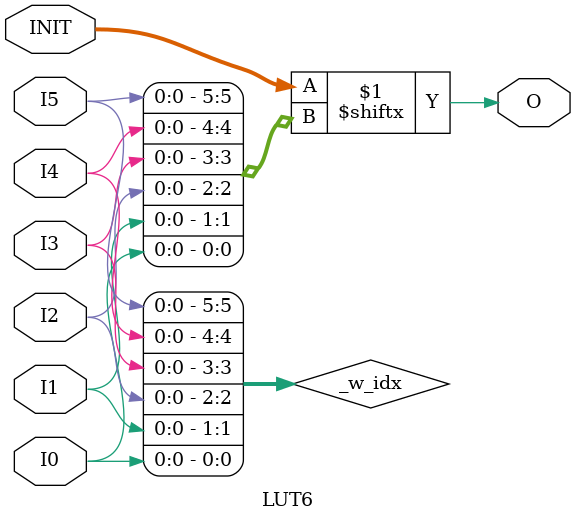
<source format=v>
`timescale  1 ps / 1 ps

module LUT6
(
    input  wire I0, I1, I2, I3, I4, I5,
    input  wire[63:0]  INIT,
    output wire O
);
    wire [5:0] _w_idx = { I5, I4, I3, I2, I1, I0 };
    
    assign O = INIT[_w_idx];

endmodule

</source>
